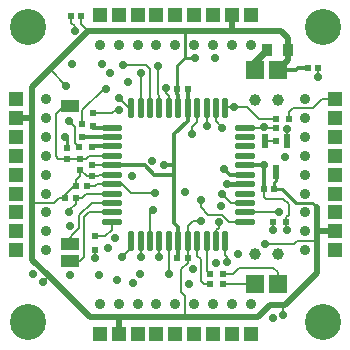
<source format=gtl>
G04 Layer_Physical_Order=1*
G04 Layer_Color=255*
%FSAX23Y23*%
%MOIN*%
G70*
G01*
G75*
%ADD10R,0.059X0.039*%
%ADD11R,0.024X0.020*%
%ADD12R,0.020X0.024*%
%ADD13R,0.024X0.024*%
%ADD14R,0.037X0.039*%
%ADD15R,0.024X0.024*%
%ADD16O,0.022X0.069*%
%ADD17O,0.069X0.022*%
%ADD18R,0.024X0.048*%
%ADD19C,0.008*%
%ADD20C,0.020*%
%ADD21C,0.012*%
%ADD22C,0.010*%
%ADD23C,0.016*%
%ADD24C,0.022*%
%ADD25C,0.039*%
%ADD26R,0.059X0.059*%
%ADD27C,0.035*%
%ADD28R,0.051X0.051*%
%ADD29R,0.051X0.051*%
%ADD30C,0.120*%
%ADD31C,0.028*%
D10*
X06058Y01359D02*
D03*
Y01301D02*
D03*
Y01818D02*
D03*
D11*
X06100Y01716D02*
D03*
Y01759D02*
D03*
X06134Y01751D02*
D03*
Y01795D02*
D03*
X06142Y01340D02*
D03*
Y01384D02*
D03*
X06746Y01702D02*
D03*
Y01745D02*
D03*
D12*
X06089Y01681D02*
D03*
X06133D02*
D03*
X06736Y01431D02*
D03*
X06780D02*
D03*
X06789Y01777D02*
D03*
X06745D02*
D03*
X06524Y01259D02*
D03*
X06568D02*
D03*
X06524Y01225D02*
D03*
X06568D02*
D03*
D13*
X06050Y01642D02*
D03*
Y01678D02*
D03*
X06093Y01607D02*
D03*
Y01643D02*
D03*
X06132Y01586D02*
D03*
Y01621D02*
D03*
D14*
X06715Y02007D02*
D03*
X06785D02*
D03*
D15*
X06704Y01542D02*
D03*
X06740D02*
D03*
X06080Y01552D02*
D03*
X06116D02*
D03*
X06042Y01513D02*
D03*
X06078D02*
D03*
X06416Y01877D02*
D03*
X06451D02*
D03*
X06416Y01312D02*
D03*
X06452D02*
D03*
X06061Y02118D02*
D03*
X06097D02*
D03*
X06887Y01945D02*
D03*
X06851D02*
D03*
D16*
X06263Y01812D02*
D03*
X06294D02*
D03*
X06326D02*
D03*
X06357D02*
D03*
X06389D02*
D03*
X06420D02*
D03*
X06451D02*
D03*
X06483D02*
D03*
X06514D02*
D03*
X06546D02*
D03*
X06577D02*
D03*
Y01368D02*
D03*
X06546D02*
D03*
X06514D02*
D03*
X06483D02*
D03*
X06451D02*
D03*
X06420D02*
D03*
X06389D02*
D03*
X06357D02*
D03*
X06326D02*
D03*
X06294D02*
D03*
X06263D02*
D03*
D17*
X06642Y01747D02*
D03*
Y01716D02*
D03*
Y01684D02*
D03*
Y01653D02*
D03*
Y01621D02*
D03*
Y01590D02*
D03*
Y01559D02*
D03*
Y01527D02*
D03*
Y01496D02*
D03*
Y01464D02*
D03*
Y01433D02*
D03*
X06198D02*
D03*
Y01464D02*
D03*
Y01496D02*
D03*
Y01527D02*
D03*
Y01559D02*
D03*
Y01590D02*
D03*
Y01621D02*
D03*
Y01653D02*
D03*
Y01684D02*
D03*
Y01716D02*
D03*
Y01747D02*
D03*
D18*
X06708Y01702D02*
D03*
X06745Y01598D02*
D03*
X06782Y01702D02*
D03*
D19*
X06770Y01150D02*
X06774Y01154D01*
X06770Y01123D02*
Y01150D01*
X05969Y01231D02*
X05989Y01251D01*
X06520Y01457D02*
X06565D01*
X06496Y01481D02*
X06520Y01457D01*
X06496Y01481D02*
Y01506D01*
X06565Y01457D02*
X06589Y01433D01*
X06577Y01323D02*
Y01368D01*
Y01323D02*
X06583Y01317D01*
Y01298D02*
Y01317D01*
X06546Y01768D02*
X06567Y01747D01*
X06546Y01768D02*
Y01812D01*
X06900Y01842D02*
X06941D01*
X06869Y01811D02*
X06900Y01842D01*
X06802Y01811D02*
X06869D01*
X06789Y01798D02*
X06802Y01811D01*
X06789Y01777D02*
Y01798D01*
X06097Y02091D02*
X06120Y02068D01*
X06097Y02091D02*
Y02118D01*
X06074Y02068D02*
Y02084D01*
X06061Y02097D02*
X06074Y02084D01*
X06061Y02097D02*
Y02118D01*
X06514Y01753D02*
Y01812D01*
X06100Y01759D02*
Y01804D01*
X06172Y01876D01*
X06180D01*
X06770Y01509D02*
X06788Y01491D01*
Y01457D02*
Y01491D01*
X06780Y01449D02*
X06788Y01457D01*
X06642Y01464D02*
X06754D01*
X06712Y01509D02*
X06770D01*
X06704Y01542D02*
Y01543D01*
Y01517D02*
Y01542D01*
Y01517D02*
X06712Y01509D01*
X06780Y01431D02*
Y01449D01*
X06736Y01404D02*
Y01431D01*
X06780Y01405D02*
X06781Y01404D01*
X06780Y01405D02*
Y01431D01*
X06483Y01764D02*
Y01812D01*
X06467Y01748D02*
X06483Y01764D01*
X06467Y01725D02*
Y01748D01*
X05879Y01338D02*
X05880Y01337D01*
X06688Y01777D02*
X06745D01*
X06648Y01817D02*
X06688Y01777D01*
X06607Y01817D02*
X06648D01*
X06582D02*
X06607D01*
X06887Y01914D02*
X06887Y01914D01*
X06887Y01914D02*
Y01945D01*
X06657Y01747D02*
X06726D01*
X06729Y01745D01*
X06746D01*
X06642Y01747D02*
X06657D01*
X06708Y01702D02*
X06746D01*
X06781Y01703D02*
X06782Y01702D01*
X06781Y01703D02*
Y01742D01*
X06568Y01225D02*
X06676D01*
X06751D02*
Y01265D01*
X06736Y01280D02*
X06751Y01265D01*
X06623Y01280D02*
X06736D01*
X06602Y01259D02*
X06623Y01280D01*
X06568Y01259D02*
X06602D01*
X06495Y01234D02*
Y01308D01*
X06483Y01320D02*
X06495Y01308D01*
X06483Y01320D02*
Y01368D01*
X06514Y01269D02*
Y01367D01*
X06514Y01368D01*
X06514Y01269D02*
X06524Y01259D01*
X06495Y01234D02*
X06504Y01225D01*
X06524D01*
X06452Y01419D02*
X06470Y01437D01*
X06496D01*
X06143Y01552D02*
X06150Y01559D01*
X06116Y01552D02*
X06143D01*
X06150Y01559D02*
X06198D01*
X06132Y01621D02*
X06198D01*
X06078Y01493D02*
Y01513D01*
X06057Y01472D02*
X06078Y01493D01*
X06093Y01643D02*
X06111D01*
X06121Y01653D01*
X06198D01*
X06134Y01795D02*
X06199D01*
X06056Y01769D02*
X06076Y01749D01*
Y01695D02*
Y01749D01*
Y01695D02*
X06089Y01681D01*
X06157Y01590D02*
X06198D01*
X06153Y01586D02*
X06157Y01590D01*
X06132Y01586D02*
X06153D01*
X06093Y01607D02*
X06114Y01586D01*
X06132D01*
X06294Y01314D02*
Y01366D01*
X06293Y01367D02*
X06294Y01368D01*
X06199Y01795D02*
X06211Y01807D01*
X06389Y01368D02*
X06389Y01367D01*
Y01258D02*
Y01367D01*
X06326Y01368D02*
Y01463D01*
X06357Y01317D02*
Y01368D01*
X06057Y01465D02*
Y01472D01*
X06326Y01463D02*
X06334Y01471D01*
X06198Y01559D02*
X06233D01*
X06262Y01530D01*
X06332D01*
X06589Y01433D02*
X06642D01*
X06357Y01812D02*
Y01853D01*
X06351Y01859D02*
X06357Y01853D01*
X06379Y01862D02*
Y01878D01*
Y01862D02*
X06389Y01852D01*
Y01812D02*
Y01852D01*
X06594Y01496D02*
X06642D01*
X06546Y01368D02*
Y01404D01*
X06554Y01412D01*
Y01431D01*
X06211Y01807D02*
X06222D01*
X06351Y01859D02*
Y01951D01*
X06257Y01812D02*
X06263D01*
X06223Y01844D02*
Y01846D01*
X06257Y01812D01*
X06294D02*
Y01930D01*
X06235Y01956D02*
X06313D01*
X06326Y01943D01*
Y01812D02*
Y01943D01*
X06565Y01525D02*
X06594Y01496D01*
X06709Y01358D02*
X06806D01*
X06817Y01369D01*
X06881D01*
X06080Y01552D02*
Y01571D01*
X06093Y01584D01*
Y01607D01*
X06023Y01513D02*
X06042D01*
X06006Y01496D02*
X06023Y01513D01*
X05933Y01496D02*
X06006D01*
X05992Y01941D02*
X06046Y01887D01*
X06042Y01513D02*
Y01523D01*
X06071Y01552D01*
X06080D01*
X06430Y01198D02*
X06442Y01186D01*
Y01116D02*
Y01186D01*
X06452Y01312D02*
Y01419D01*
Y01297D02*
Y01312D01*
X06430Y01275D02*
X06452Y01297D01*
X06430Y01198D02*
Y01275D01*
X06231Y01314D02*
X06263Y01346D01*
Y01368D01*
X06146Y01384D02*
X06176D01*
X06198Y01406D01*
Y01433D01*
X06141Y01313D02*
Y01339D01*
X06142Y01340D01*
X06020Y01642D02*
X06050D01*
X06011Y01651D02*
X06020Y01642D01*
X06011Y01651D02*
Y01792D01*
X06047Y01828D01*
X06050Y01643D02*
X06093D01*
X06058Y01359D02*
Y01380D01*
X06070Y01392D01*
X06070D01*
X06090Y01412D01*
X06058Y01301D02*
X06092D01*
X06106Y01315D01*
X06131Y01496D02*
X06198D01*
X06090Y01412D02*
Y01455D01*
X06131Y01496D01*
X06106Y01315D02*
Y01448D01*
X06122Y01464D01*
X06198D01*
X06078Y01513D02*
X06098D01*
X06112Y01527D01*
X06198D01*
X06047Y01828D02*
X06054D01*
D20*
X05989Y01251D02*
X06124Y01116D01*
X05933Y01307D02*
X05989Y01251D01*
X06120Y02068D02*
X06441D01*
X05992Y01941D02*
X06120Y02068D01*
X05933Y01881D02*
X05992Y01941D01*
X05933Y01496D02*
Y01881D01*
X06881Y01369D02*
Y01481D01*
X06785Y01972D02*
Y02007D01*
X06751Y01938D02*
X06785Y01972D01*
Y02007D02*
Y02046D01*
X06763Y02068D02*
X06785Y02046D01*
X06774Y01154D02*
X06881Y01261D01*
X06724Y01154D02*
X06774D01*
X06686Y01116D02*
X06724Y01154D01*
X06599Y02069D02*
Y02121D01*
X05879Y01779D02*
X05931D01*
X06221Y01060D02*
Y01111D01*
X06889Y01401D02*
X06941D01*
X06881Y01261D02*
Y01369D01*
X06441Y02068D02*
X06763D01*
X06442Y01116D02*
X06686D01*
X05933Y01307D02*
Y01496D01*
X06124Y01116D02*
X06442D01*
D21*
X06339Y01590D02*
X06407D01*
X06308Y01621D02*
X06339Y01590D01*
X06407Y01429D02*
Y01590D01*
Y01621D01*
X06198D02*
X06308D01*
X06407D02*
Y01726D01*
X06420Y01368D02*
Y01416D01*
X06407Y01429D02*
X06420Y01416D01*
X06451Y01770D02*
Y01812D01*
X06407Y01726D02*
X06451Y01770D01*
X06577Y01812D02*
X06582Y01817D01*
X06820Y01945D02*
X06844D01*
X06813Y01938D02*
X06820Y01945D01*
X06751Y01938D02*
X06813D01*
X06573Y01608D02*
X06591Y01590D01*
X06416Y01859D02*
X06420Y01855D01*
Y01812D02*
Y01855D01*
X06416Y01859D02*
Y01877D01*
X06451Y01812D02*
Y01877D01*
X06704Y01543D02*
Y01620D01*
X06642Y01621D02*
X06704D01*
X06136Y01747D02*
X06198D01*
X06133Y01750D02*
X06136Y01747D01*
X06100Y01716D02*
X06198D01*
X06136Y01684D02*
X06198D01*
X06133Y01681D02*
X06136Y01684D01*
X06416Y01312D02*
X06420Y01316D01*
Y01368D01*
X06373Y01621D02*
X06407D01*
X06591Y01590D02*
X06642D01*
D22*
X06764Y01542D02*
X06811Y01495D01*
X06742Y01542D02*
X06764D01*
X06867Y01495D02*
X06881Y01481D01*
X06811Y01495D02*
X06867D01*
X06043Y01714D02*
X06050Y01707D01*
Y01678D02*
Y01707D01*
X06740Y01565D02*
X06745Y01570D01*
Y01598D01*
X06740Y01542D02*
Y01565D01*
X06416Y01877D02*
Y01954D01*
X06441Y01979D01*
Y02068D01*
X06442Y01980D02*
X06474D01*
X06441Y01979D02*
X06442Y01980D01*
D23*
X06582Y01560D02*
X06641D01*
X06642Y01559D01*
D24*
X06676Y01938D02*
Y01968D01*
X06715Y02007D01*
D25*
X06676Y01839D02*
D03*
X06751Y01324D02*
D03*
X06676D02*
D03*
X06751Y01839D02*
D03*
D26*
X06676Y01938D02*
D03*
X06751Y01225D02*
D03*
X06676D02*
D03*
X06751Y01938D02*
D03*
D27*
X05979Y01842D02*
D03*
Y01779D02*
D03*
Y01716D02*
D03*
Y01653D02*
D03*
Y01590D02*
D03*
Y01527D02*
D03*
Y01464D02*
D03*
Y01401D02*
D03*
X05979Y01338D02*
D03*
X06662Y02021D02*
D03*
X06599D02*
D03*
X06536D02*
D03*
X06473D02*
D03*
X06410D02*
D03*
X06347D02*
D03*
X06284D02*
D03*
X06221D02*
D03*
X06158Y02021D02*
D03*
X06158Y01159D02*
D03*
X06221D02*
D03*
X06284D02*
D03*
X06347D02*
D03*
X06410D02*
D03*
X06473D02*
D03*
X06536D02*
D03*
X06599D02*
D03*
X06662Y01159D02*
D03*
X06841Y01338D02*
D03*
Y01401D02*
D03*
Y01464D02*
D03*
Y01527D02*
D03*
Y01590D02*
D03*
Y01653D02*
D03*
Y01716D02*
D03*
Y01779D02*
D03*
X06841Y01842D02*
D03*
D28*
X05879Y01842D02*
D03*
Y01779D02*
D03*
Y01716D02*
D03*
Y01653D02*
D03*
Y01590D02*
D03*
Y01527D02*
D03*
Y01464D02*
D03*
Y01401D02*
D03*
X05879Y01338D02*
D03*
X06941Y01338D02*
D03*
Y01401D02*
D03*
Y01464D02*
D03*
Y01527D02*
D03*
Y01590D02*
D03*
Y01653D02*
D03*
Y01716D02*
D03*
Y01779D02*
D03*
X06941Y01842D02*
D03*
D29*
X06662Y02121D02*
D03*
X06599D02*
D03*
X06536D02*
D03*
X06473D02*
D03*
X06410D02*
D03*
X06347D02*
D03*
X06284D02*
D03*
X06221D02*
D03*
X06158Y02121D02*
D03*
X06158Y01060D02*
D03*
X06221D02*
D03*
X06284D02*
D03*
X06347D02*
D03*
X06410D02*
D03*
X06473D02*
D03*
X06536D02*
D03*
X06599D02*
D03*
X06662Y01059D02*
D03*
D30*
X05918Y01098D02*
D03*
X06902D02*
D03*
Y02082D02*
D03*
X05918D02*
D03*
D31*
X06770Y01123D02*
D03*
X05969Y01231D02*
D03*
X06563Y01487D02*
D03*
X06620Y01324D02*
D03*
X06583Y01298D02*
D03*
X06180Y01876D02*
D03*
X06067Y01960D02*
D03*
X06165D02*
D03*
X06754Y01464D02*
D03*
X06736Y01404D02*
D03*
X06781D02*
D03*
X06058Y01255D02*
D03*
X06157D02*
D03*
X06607Y01817D02*
D03*
X06707Y01748D02*
D03*
X06781Y01742D02*
D03*
X06467Y01725D02*
D03*
X06514Y01753D02*
D03*
X06567Y01747D02*
D03*
X06496Y01437D02*
D03*
X06573Y01608D02*
D03*
X06043Y01714D02*
D03*
X06777Y01649D02*
D03*
X06056Y01769D02*
D03*
X06373Y01621D02*
D03*
X06704D02*
D03*
X06294Y01314D02*
D03*
X06389Y01258D02*
D03*
X06441Y01532D02*
D03*
X06541Y01979D02*
D03*
X06191Y01930D02*
D03*
X06456Y01227D02*
D03*
X06292Y01258D02*
D03*
X06268Y01230D02*
D03*
X06333Y01636D02*
D03*
X06357Y01317D02*
D03*
X06209Y01380D02*
D03*
X06057Y01465D02*
D03*
X06342Y01530D02*
D03*
X06334Y01471D02*
D03*
X06267Y01584D02*
D03*
X06469Y01277D02*
D03*
X06496Y01506D02*
D03*
X06554Y01431D02*
D03*
X06379Y01878D02*
D03*
X06222Y01807D02*
D03*
X06223Y01844D02*
D03*
X06059Y01418D02*
D03*
X06216Y01238D02*
D03*
X06251Y01899D02*
D03*
X06294Y01930D02*
D03*
X06235Y01956D02*
D03*
X06352Y01951D02*
D03*
X06565Y01525D02*
D03*
X06582Y01560D02*
D03*
X06546Y01297D02*
D03*
X06074Y02068D02*
D03*
X05935Y01259D02*
D03*
X06734Y01111D02*
D03*
X06887Y01914D02*
D03*
X06709Y01358D02*
D03*
X06474Y01980D02*
D03*
X06046Y01887D02*
D03*
X06231Y01316D02*
D03*
X06185Y01344D02*
D03*
X06141Y01313D02*
D03*
M02*

</source>
